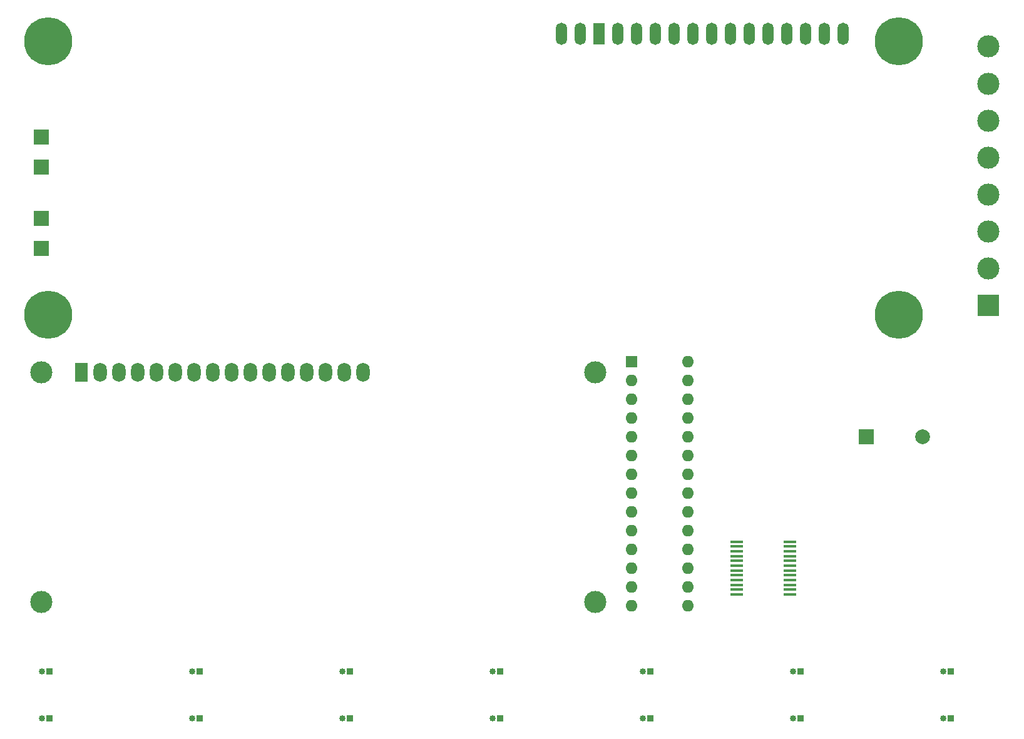
<source format=gbr>
%TF.GenerationSoftware,KiCad,Pcbnew,(6.0.7)*%
%TF.CreationDate,2022-11-30T19:42:34-03:00*%
%TF.ProjectId,CaixaDeRemedios,43616978-6144-4655-9265-6d6564696f73,rev?*%
%TF.SameCoordinates,Original*%
%TF.FileFunction,Soldermask,Top*%
%TF.FilePolarity,Negative*%
%FSLAX46Y46*%
G04 Gerber Fmt 4.6, Leading zero omitted, Abs format (unit mm)*
G04 Created by KiCad (PCBNEW (6.0.7)) date 2022-11-30 19:42:34*
%MOMM*%
%LPD*%
G01*
G04 APERTURE LIST*
%ADD10R,0.850000X0.850000*%
%ADD11O,0.850000X0.850000*%
%ADD12R,2.000000X2.000000*%
%ADD13C,2.000000*%
%ADD14C,6.500000*%
%ADD15R,1.500000X3.000000*%
%ADD16O,1.500000X3.000000*%
%ADD17C,3.000000*%
%ADD18R,1.800000X2.600000*%
%ADD19O,1.800000X2.600000*%
%ADD20R,1.600000X1.600000*%
%ADD21O,1.600000X1.600000*%
%ADD22R,1.750000X0.450000*%
%ADD23R,3.000000X3.000000*%
G04 APERTURE END LIST*
D10*
%TO.C,U14*%
X152400000Y-115580000D03*
D11*
X151400000Y-115580000D03*
%TD*%
D10*
%TO.C,U13*%
X132080000Y-115580000D03*
D11*
X131080000Y-115580000D03*
%TD*%
D10*
%TO.C,U12*%
X111760000Y-115580000D03*
D11*
X110760000Y-115580000D03*
%TD*%
D10*
%TO.C,U11*%
X91440000Y-115580000D03*
D11*
X90440000Y-115580000D03*
%TD*%
D10*
%TO.C,U10*%
X71120000Y-115580000D03*
D11*
X70120000Y-115580000D03*
%TD*%
D10*
%TO.C,U9*%
X50800000Y-115580000D03*
D11*
X49800000Y-115580000D03*
%TD*%
D10*
%TO.C,U8*%
X30480000Y-115580000D03*
D11*
X29480000Y-115580000D03*
%TD*%
D10*
%TO.C,U7*%
X152400000Y-121920000D03*
D11*
X151400000Y-121920000D03*
%TD*%
D10*
%TO.C,U6*%
X132080000Y-121920000D03*
D11*
X131080000Y-121920000D03*
%TD*%
D10*
%TO.C,U5*%
X111760000Y-121920000D03*
D11*
X110760000Y-121920000D03*
%TD*%
D10*
%TO.C,U4*%
X91440000Y-121920000D03*
D11*
X90440000Y-121920000D03*
%TD*%
D10*
%TO.C,U3*%
X71120000Y-121920000D03*
D11*
X70120000Y-121920000D03*
%TD*%
D10*
%TO.C,U2*%
X50800000Y-121920000D03*
D11*
X49800000Y-121920000D03*
%TD*%
D10*
%TO.C,U1*%
X30480000Y-121920000D03*
D11*
X29480000Y-121920000D03*
%TD*%
D12*
%TO.C,U15*%
X140980000Y-83820000D03*
D13*
X148580000Y-83820000D03*
%TD*%
D14*
%TO.C,U18*%
X145320000Y-30315000D03*
X145320000Y-67315000D03*
X30320000Y-67315000D03*
X30320000Y-30315000D03*
D15*
X104820000Y-29315000D03*
D16*
X107360000Y-29315000D03*
X109900000Y-29315000D03*
X112440000Y-29315000D03*
X114980000Y-29315000D03*
X117520000Y-29315000D03*
X120060000Y-29315000D03*
X122600000Y-29315000D03*
X125140000Y-29315000D03*
X127680000Y-29315000D03*
X130220000Y-29315000D03*
X132760000Y-29315000D03*
X135300000Y-29315000D03*
X137840000Y-29315000D03*
X102280000Y-29315000D03*
X99740000Y-29315000D03*
D12*
X29320000Y-43315000D03*
X29320000Y-54315000D03*
X29320000Y-47315000D03*
X29320000Y-58315000D03*
%TD*%
D17*
%TO.C,U16*%
X104319480Y-106145700D03*
X29320900Y-75145000D03*
X29320900Y-106145700D03*
X104320000Y-75145000D03*
D18*
X34820000Y-75145000D03*
D19*
X37360000Y-75145000D03*
X39900000Y-75145000D03*
X42440000Y-75145000D03*
X44980000Y-75145000D03*
X47520000Y-75145000D03*
X50060000Y-75145000D03*
X52600000Y-75145000D03*
X55140000Y-75145000D03*
X57680000Y-75145000D03*
X60220000Y-75145000D03*
X62760000Y-75145000D03*
X65300000Y-75145000D03*
X67840000Y-75145000D03*
X70380000Y-75145000D03*
X72920000Y-75145000D03*
%TD*%
D20*
%TO.C,U19*%
X109220000Y-73660000D03*
D21*
X109220000Y-76200000D03*
X109220000Y-78740000D03*
X109220000Y-81280000D03*
X109220000Y-83820000D03*
X109220000Y-86360000D03*
X109220000Y-88900000D03*
X109220000Y-91440000D03*
X109220000Y-93980000D03*
X109220000Y-96520000D03*
X109220000Y-99060000D03*
X109220000Y-101600000D03*
X109220000Y-104140000D03*
X109220000Y-106680000D03*
X116840000Y-106680000D03*
X116840000Y-104140000D03*
X116840000Y-101600000D03*
X116840000Y-99060000D03*
X116840000Y-96520000D03*
X116840000Y-93980000D03*
X116840000Y-91440000D03*
X116840000Y-88900000D03*
X116840000Y-86360000D03*
X116840000Y-83820000D03*
X116840000Y-81280000D03*
X116840000Y-78740000D03*
X116840000Y-76200000D03*
X116840000Y-73660000D03*
%TD*%
D22*
%TO.C,Mux16x4*%
X123400000Y-98025000D03*
X123400000Y-98675000D03*
X123400000Y-99325000D03*
X123400000Y-99975000D03*
X123400000Y-100625000D03*
X123400000Y-101275000D03*
X123400000Y-101925000D03*
X123400000Y-102575000D03*
X123400000Y-103225000D03*
X123400000Y-103875000D03*
X123400000Y-104525000D03*
X123400000Y-105175000D03*
X130600000Y-105175000D03*
X130600000Y-104525000D03*
X130600000Y-103875000D03*
X130600000Y-103225000D03*
X130600000Y-102575000D03*
X130600000Y-101925000D03*
X130600000Y-101275000D03*
X130600000Y-100625000D03*
X130600000Y-99975000D03*
X130600000Y-99325000D03*
X130600000Y-98675000D03*
X130600000Y-98025000D03*
%TD*%
D23*
%TO.C,U17*%
X157480000Y-66040000D03*
D17*
X157480000Y-61040000D03*
X157480000Y-56040000D03*
X157480000Y-51040000D03*
X157480000Y-46040000D03*
X157480000Y-41040000D03*
X157480000Y-36040000D03*
X157480000Y-31040000D03*
%TD*%
M02*

</source>
